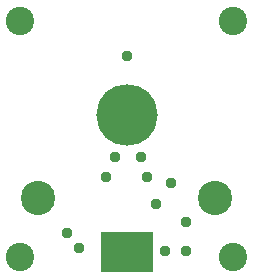
<source format=gbs>
G04 EAGLE Gerber X2 export*
G75*
%MOIN*%
%FSLAX24Y24*%
%LPD*%
%AMOC8*
5,1,8,0,0,1.08239X$1,22.5*%
G01*
%ADD10C,0.094614*%
%ADD11R,0.177291X0.133984*%
%ADD12C,0.204850*%
%ADD13C,0.114299*%
%ADD14C,0.037780*%


D10*
X8071Y984D03*
X984Y984D03*
X984Y8858D03*
X8071Y8858D03*
D11*
X4528Y1142D03*
D12*
X4528Y5709D03*
D13*
X7480Y2953D03*
X1575Y2953D03*
D14*
X4528Y7677D03*
X4528Y4921D03*
X5512Y2756D03*
X3839Y3642D03*
X6496Y2165D03*
X6004Y3445D03*
X2559Y1772D03*
X4134Y4331D03*
X5807Y1181D03*
X5020Y4331D03*
X2953Y1280D03*
X5217Y3642D03*
X6496Y1181D03*
M02*

</source>
